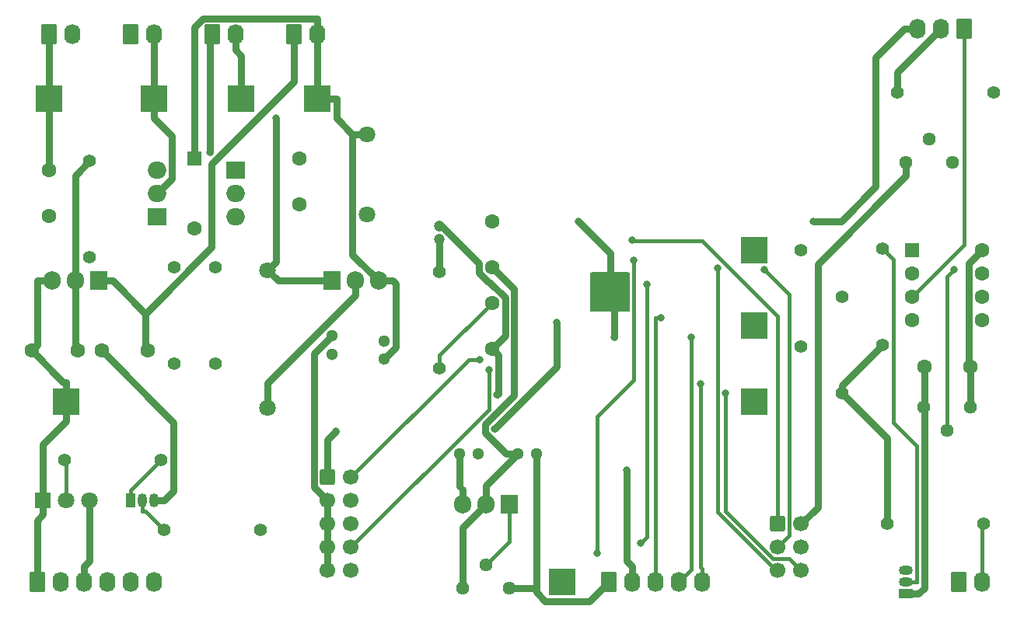
<source format=gbr>
%TF.GenerationSoftware,KiCad,Pcbnew,9.0.3*%
%TF.CreationDate,2025-08-13T19:57:12+00:00*%
%TF.ProjectId,type(one),74797065-286f-46e6-9529-2e6b69636164,1.0*%
%TF.SameCoordinates,Original*%
%TF.FileFunction,Copper,L2,Bot*%
%TF.FilePolarity,Positive*%
%FSLAX46Y46*%
G04 Gerber Fmt 4.6, Leading zero omitted, Abs format (unit mm)*
G04 Created by KiCad (PCBNEW 9.0.3) date 2025-08-13 19:57:12*
%MOMM*%
%LPD*%
G01*
G04 APERTURE LIST*
G04 Aperture macros list*
%AMRoundRect*
0 Rectangle with rounded corners*
0 $1 Rounding radius*
0 $2 $3 $4 $5 $6 $7 $8 $9 X,Y pos of 4 corners*
0 Add a 4 corners polygon primitive as box body*
4,1,4,$2,$3,$4,$5,$6,$7,$8,$9,$2,$3,0*
0 Add four circle primitives for the rounded corners*
1,1,$1+$1,$2,$3*
1,1,$1+$1,$4,$5*
1,1,$1+$1,$6,$7*
1,1,$1+$1,$8,$9*
0 Add four rect primitives between the rounded corners*
20,1,$1+$1,$2,$3,$4,$5,0*
20,1,$1+$1,$4,$5,$6,$7,0*
20,1,$1+$1,$6,$7,$8,$9,0*
20,1,$1+$1,$8,$9,$2,$3,0*%
G04 Aperture macros list end*
%TA.AperFunction,ComponentPad*%
%ADD10R,1.800000X1.800000*%
%TD*%
%TA.AperFunction,ComponentPad*%
%ADD11C,1.800000*%
%TD*%
%TA.AperFunction,HeatsinkPad*%
%ADD12C,0.600000*%
%TD*%
%TA.AperFunction,ComponentPad*%
%ADD13R,3.000000X3.000000*%
%TD*%
%TA.AperFunction,ComponentPad*%
%ADD14C,1.600000*%
%TD*%
%TA.AperFunction,ComponentPad*%
%ADD15C,1.440000*%
%TD*%
%TA.AperFunction,ComponentPad*%
%ADD16RoundRect,0.250000X-0.550000X-0.550000X0.550000X-0.550000X0.550000X0.550000X-0.550000X0.550000X0*%
%TD*%
%TA.AperFunction,ComponentPad*%
%ADD17C,1.400000*%
%TD*%
%TA.AperFunction,ComponentPad*%
%ADD18O,1.740000X2.190000*%
%TD*%
%TA.AperFunction,ComponentPad*%
%ADD19RoundRect,0.250000X-0.620000X-0.845000X0.620000X-0.845000X0.620000X0.845000X-0.620000X0.845000X0*%
%TD*%
%TA.AperFunction,ComponentPad*%
%ADD20O,1.500000X1.050000*%
%TD*%
%TA.AperFunction,ComponentPad*%
%ADD21R,1.500000X1.050000*%
%TD*%
%TA.AperFunction,ComponentPad*%
%ADD22RoundRect,0.250000X-0.600000X-0.600000X0.600000X-0.600000X0.600000X0.600000X-0.600000X0.600000X0*%
%TD*%
%TA.AperFunction,ComponentPad*%
%ADD23C,1.700000*%
%TD*%
%TA.AperFunction,ComponentPad*%
%ADD24O,1.905000X2.000000*%
%TD*%
%TA.AperFunction,ComponentPad*%
%ADD25R,1.905000X2.000000*%
%TD*%
%TA.AperFunction,ComponentPad*%
%ADD26C,1.300000*%
%TD*%
%TA.AperFunction,ComponentPad*%
%ADD27R,1.050000X1.500000*%
%TD*%
%TA.AperFunction,ComponentPad*%
%ADD28O,1.050000X1.500000*%
%TD*%
%TA.AperFunction,ComponentPad*%
%ADD29O,2.000000X1.905000*%
%TD*%
%TA.AperFunction,ComponentPad*%
%ADD30R,2.000000X1.905000*%
%TD*%
%TA.AperFunction,ComponentPad*%
%ADD31RoundRect,0.250000X-0.550000X0.550000X-0.550000X-0.550000X0.550000X-0.550000X0.550000X0.550000X0*%
%TD*%
%TA.AperFunction,ComponentPad*%
%ADD32C,1.200000*%
%TD*%
%TA.AperFunction,ComponentPad*%
%ADD33RoundRect,0.250000X0.620000X0.845000X-0.620000X0.845000X-0.620000X-0.845000X0.620000X-0.845000X0*%
%TD*%
%TA.AperFunction,ViaPad*%
%ADD34C,0.800000*%
%TD*%
%TA.AperFunction,Conductor*%
%ADD35C,0.800000*%
%TD*%
%TA.AperFunction,Conductor*%
%ADD36C,0.400000*%
%TD*%
G04 APERTURE END LIST*
D10*
%TO.P,Q1,1,E*%
%TO.N,+5V*%
X103505000Y-120650000D03*
D11*
%TO.P,Q1,2,B*%
%TO.N,Net-(Q1-B)*%
X106045000Y-120650000D03*
%TO.P,Q1,3,C*%
%TO.N,/PWM_5V*%
X108585000Y-120650000D03*
%TD*%
D12*
%TO.P,U1,39,GND*%
%TO.N,GND*%
X166695000Y-98615000D03*
X166695000Y-97215000D03*
X165995000Y-99315000D03*
X165995000Y-97915000D03*
X165995000Y-96515000D03*
X165270000Y-98615000D03*
X165270000Y-97215000D03*
X164595000Y-99315000D03*
X164595000Y-97915000D03*
X164595000Y-96515000D03*
X163895000Y-98615000D03*
X163895000Y-97215000D03*
%TD*%
D13*
%TO.P,TP7,1,1*%
%TO.N,/PH_K*%
X180975000Y-101600000D03*
%TD*%
%TO.P,TP6,1,1*%
%TO.N,Net-(U2A--)*%
X180975000Y-109835000D03*
%TD*%
%TO.P,TP8,1,1*%
%TO.N,/SENSOR*%
X180975000Y-93325000D03*
%TD*%
D14*
%TO.P,C1,2*%
%TO.N,GND*%
X199475000Y-106045000D03*
%TO.P,C1,1*%
%TO.N,+3V3*%
X204475000Y-106045000D03*
%TD*%
D15*
%TO.P,RV1,3,3*%
%TO.N,GND*%
X199395000Y-110490000D03*
%TO.P,RV1,2,2*%
%TO.N,Net-(U2A--)*%
X201935000Y-113030000D03*
%TO.P,RV1,1,1*%
%TO.N,+3V3*%
X204475000Y-110490000D03*
%TD*%
D14*
%TO.P,U2,8,V+*%
%TO.N,+3V3*%
X205745000Y-93345000D03*
%TO.P,U2,7*%
%TO.N,unconnected-(U2-Pad7)*%
X205745000Y-95885000D03*
%TO.P,U2,6,-*%
%TO.N,unconnected-(U2B---Pad6)*%
X205745000Y-98425000D03*
%TO.P,U2,5,+*%
%TO.N,unconnected-(U2B-+-Pad5)*%
X205745000Y-100965000D03*
%TO.P,U2,4,V-*%
%TO.N,GND*%
X198125000Y-100965000D03*
%TO.P,U2,3,+*%
%TO.N,/PH_K*%
X198125000Y-98425000D03*
%TO.P,U2,2,-*%
%TO.N,Net-(U2A--)*%
X198125000Y-95885000D03*
D16*
%TO.P,U2,1*%
%TO.N,/SENSOR*%
X198125000Y-93345000D03*
%TD*%
D17*
%TO.P,R7,2*%
%TO.N,Net-(J6-Pin_2)*%
X205910000Y-123190000D03*
%TO.P,R7,1*%
%TO.N,+3V3*%
X195410000Y-123190000D03*
%TD*%
D18*
%TO.P,J6,2,Pin_2*%
%TO.N,Net-(J6-Pin_2)*%
X205740000Y-129540000D03*
D19*
%TO.P,J6,1,Pin_1*%
%TO.N,Net-(J6-Pin_1)*%
X203200000Y-129540000D03*
%TD*%
D20*
%TO.P,Q4,3,D*%
%TO.N,Net-(J6-Pin_1)*%
X197485000Y-128270000D03*
%TO.P,Q4,2,G*%
%TO.N,/SENSOR*%
X197485000Y-129540000D03*
D21*
%TO.P,Q4,1,S*%
%TO.N,GND*%
X197485000Y-130810000D03*
%TD*%
D22*
%TO.P,J8,1,Pin_1*%
%TO.N,+5V*%
X134502500Y-118110000D03*
D23*
%TO.P,J8,2,Pin_2*%
%TO.N,/TMS*%
X137042500Y-118110000D03*
%TO.P,J8,3,Pin_3*%
%TO.N,GND*%
X134502500Y-120650000D03*
%TO.P,J8,4,Pin_4*%
%TO.N,/TCK*%
X137042500Y-120650000D03*
%TO.P,J8,5,Pin_5*%
%TO.N,GND*%
X134502500Y-123190000D03*
%TO.P,J8,6,Pin_6*%
%TO.N,/TDO*%
X137042500Y-123190000D03*
%TO.P,J8,7,Pin_7*%
%TO.N,GND*%
X134502500Y-125730000D03*
%TO.P,J8,8,Pin_8*%
%TO.N,/TDI*%
X137042500Y-125730000D03*
%TO.P,J8,9,Pin_9*%
%TO.N,GND*%
X134502500Y-128270000D03*
%TO.P,J8,10,Pin_10*%
%TO.N,unconnected-(J8-Pin_10-Pad10)*%
X137042500Y-128270000D03*
%TD*%
D13*
%TO.P,TP4,1,1*%
%TO.N,+3V3*%
X160020000Y-129540000D03*
%TD*%
D24*
%TO.P,U5,3,VI*%
%TO.N,+5V*%
X149225000Y-121015000D03*
%TO.P,U5,2,VO*%
%TO.N,+3V3*%
X151765000Y-121015000D03*
D25*
%TO.P,U5,1,ADJ*%
%TO.N,Net-(U5-ADJ)*%
X154305000Y-121015000D03*
%TD*%
D26*
%TO.P,C8,2*%
%TO.N,GND*%
X150860000Y-115570000D03*
%TO.P,C8,1*%
%TO.N,+5V*%
X148860000Y-115570000D03*
%TD*%
%TO.P,C7,2*%
%TO.N,GND*%
X157210000Y-115570000D03*
%TO.P,C7,1*%
%TO.N,+3V3*%
X155210000Y-115570000D03*
%TD*%
D15*
%TO.P,RV3,3,3*%
%TO.N,GND*%
X154305000Y-130175000D03*
%TO.P,RV3,2,2*%
%TO.N,Net-(U5-ADJ)*%
X151765000Y-127635000D03*
%TO.P,RV3,1,1*%
%TO.N,+3V3*%
X149225000Y-130175000D03*
%TD*%
D18*
%TO.P,J5,5,Pin_5*%
%TO.N,/CLK*%
X175260000Y-129540000D03*
%TO.P,J5,4,Pin_4*%
%TO.N,/DT*%
X172720000Y-129540000D03*
%TO.P,J5,3,Pin_3*%
%TO.N,/SW*%
X170180000Y-129540000D03*
%TO.P,J5,2,Pin_2*%
%TO.N,+3V3*%
X167640000Y-129540000D03*
D19*
%TO.P,J5,1,Pin_1*%
%TO.N,GND*%
X165100000Y-129540000D03*
%TD*%
D23*
%TO.P,J7,6,Pin_6*%
%TO.N,/IO0*%
X186055000Y-128270000D03*
%TO.P,J7,5,Pin_5*%
%TO.N,/RX*%
X183515000Y-128270000D03*
%TO.P,J7,4,Pin_4*%
%TO.N,GND*%
X186055000Y-125730000D03*
%TO.P,J7,3,Pin_3*%
%TO.N,/TX*%
X183515000Y-125730000D03*
%TO.P,J7,2,Pin_2*%
%TO.N,+5V*%
X186055000Y-123190000D03*
D22*
%TO.P,J7,1,Pin_1*%
%TO.N,/EN*%
X183515000Y-123190000D03*
%TD*%
D17*
%TO.P,R4,1*%
%TO.N,/PWM_3V3*%
X127170000Y-123825000D03*
%TO.P,R4,2*%
%TO.N,Net-(Q2-B)*%
X116670000Y-123825000D03*
%TD*%
D27*
%TO.P,Q2,1,C*%
%TO.N,Net-(Q2-C)*%
X113030000Y-120650000D03*
D28*
%TO.P,Q2,2,B*%
%TO.N,Net-(Q2-B)*%
X114300000Y-120650000D03*
%TO.P,Q2,3,E*%
%TO.N,GND*%
X115570000Y-120650000D03*
%TD*%
D17*
%TO.P,R3,1*%
%TO.N,Net-(Q2-C)*%
X116375000Y-116205000D03*
%TO.P,R3,2*%
%TO.N,Net-(Q1-B)*%
X105875000Y-116205000D03*
%TD*%
D11*
%TO.P,R10,2*%
%TO.N,+8V4*%
X127950000Y-110540000D03*
%TO.P,R10,1*%
%TO.N,Net-(D3-A)*%
X127950000Y-95540000D03*
%TD*%
D29*
%TO.P,Q3,3,S*%
%TO.N,VSS*%
X115885000Y-84625000D03*
%TO.P,Q3,2,D*%
%TO.N,Net-(D2-A)*%
X115885000Y-87165000D03*
D30*
%TO.P,Q3,1,G*%
%TO.N,Net-(D1-A)*%
X115885000Y-89705000D03*
%TD*%
D29*
%TO.P,D2,3,G*%
%TO.N,Net-(D1-A)*%
X124460000Y-89705000D03*
%TO.P,D2,2,A*%
%TO.N,Net-(D2-A)*%
X124460000Y-87165000D03*
D30*
%TO.P,D2,1,K*%
%TO.N,GND*%
X124460000Y-84625000D03*
%TD*%
D14*
%TO.P,C10,1*%
%TO.N,Net-(D2-A)*%
X131445000Y-88395000D03*
%TO.P,C10,2*%
%TO.N,GND*%
X131445000Y-83395000D03*
%TD*%
%TO.P,D1,2,A*%
%TO.N,Net-(D1-A)*%
X120015000Y-90975000D03*
D31*
%TO.P,D1,1,K*%
%TO.N,VSS*%
X120015000Y-83355000D03*
%TD*%
D13*
%TO.P,TP9,1,1*%
%TO.N,GND*%
X104140000Y-76835000D03*
%TD*%
%TO.P,TP1,1,1*%
%TO.N,Net-(D2-A)*%
X115570000Y-76835000D03*
%TD*%
D18*
%TO.P,SW1,2*%
%TO.N,VSS*%
X133350000Y-69850000D03*
D19*
%TO.P,SW1,1*%
%TO.N,VDC*%
X130810000Y-69850000D03*
%TD*%
%TO.P,J1,1,Pin_1*%
%TO.N,GND*%
X104140000Y-69850000D03*
D18*
%TO.P,J1,2,Pin_2*%
%TO.N,VDD*%
X106680000Y-69850000D03*
%TD*%
D15*
%TO.P,RV2,1,1*%
%TO.N,+5V*%
X197485000Y-83820000D03*
%TO.P,RV2,2,2*%
%TO.N,Net-(R8-Pad2)*%
X200025000Y-81280000D03*
%TO.P,RV2,3,3*%
%TO.N,unconnected-(RV2-Pad3)*%
X202565000Y-83820000D03*
%TD*%
D26*
%TO.P,C11,1*%
%TO.N,VSS*%
X140650000Y-105215000D03*
%TO.P,C11,2*%
%TO.N,GND*%
X140650000Y-103215000D03*
%TD*%
D11*
%TO.P,D3,1,K*%
%TO.N,VSS*%
X138745000Y-80740000D03*
%TO.P,D3,2,A*%
%TO.N,Net-(D3-A)*%
X138745000Y-89440000D03*
%TD*%
D13*
%TO.P,TP2,1,1*%
%TO.N,VSS*%
X133350000Y-76835000D03*
%TD*%
D14*
%TO.P,C9,1*%
%TO.N,Net-(D1-A)*%
X104140000Y-89665000D03*
%TO.P,C9,2*%
%TO.N,GND*%
X104140000Y-84665000D03*
%TD*%
D19*
%TO.P,F1,1*%
%TO.N,VDD*%
X113030000Y-69850000D03*
D18*
%TO.P,F1,2*%
%TO.N,Net-(D2-A)*%
X115570000Y-69850000D03*
%TD*%
D14*
%TO.P,C5,1*%
%TO.N,VDC*%
X114935000Y-104310000D03*
%TO.P,C5,2*%
%TO.N,GND*%
X109935000Y-104310000D03*
%TD*%
D17*
%TO.P,R1,1*%
%TO.N,+3V3*%
X194950000Y-103675000D03*
%TO.P,R1,2*%
%TO.N,/SENSOR*%
X194950000Y-93175000D03*
%TD*%
D13*
%TO.P,TP3,1,1*%
%TO.N,+5V*%
X106045000Y-109855000D03*
%TD*%
D19*
%TO.P,J4,1,Pin_1*%
%TO.N,+5V*%
X102870000Y-129540000D03*
D18*
%TO.P,J4,2,Pin_2*%
%TO.N,GND*%
X105410000Y-129540000D03*
%TO.P,J4,3,Pin_3*%
%TO.N,/PWM_5V*%
X107950000Y-129540000D03*
%TO.P,J4,4,Pin_4*%
%TO.N,unconnected-(J4-Pin_4-Pad4)*%
X110490000Y-129540000D03*
%TO.P,J4,5,Pin_5*%
%TO.N,/SDA*%
X113030000Y-129540000D03*
%TO.P,J4,6,Pin_6*%
%TO.N,/SCL*%
X115570000Y-129540000D03*
%TD*%
D19*
%TO.P,J2,1,Pin_1*%
%TO.N,GND*%
X121920000Y-69850000D03*
D18*
%TO.P,J2,2,Pin_2*%
%TO.N,Net-(D3-A)*%
X124460000Y-69850000D03*
%TD*%
D26*
%TO.P,C12,1*%
%TO.N,Net-(D3-A)*%
X134935000Y-104675000D03*
%TO.P,C12,2*%
%TO.N,GND*%
X134935000Y-102675000D03*
%TD*%
D17*
%TO.P,R9,1*%
%TO.N,/PH_K*%
X186060000Y-103845000D03*
%TO.P,R9,2*%
%TO.N,/SENSOR*%
X186060000Y-93345000D03*
%TD*%
D25*
%TO.P,U4,1,ADJ*%
%TO.N,Net-(D3-A)*%
X134935000Y-96690000D03*
D24*
%TO.P,U4,2,VO*%
%TO.N,+8V4*%
X137475000Y-96690000D03*
%TO.P,U4,3,VI*%
%TO.N,VSS*%
X140015000Y-96690000D03*
%TD*%
D14*
%TO.P,C4,1*%
%TO.N,+3V3*%
X152400000Y-95210000D03*
%TO.P,C4,2*%
%TO.N,GND*%
X152400000Y-90210000D03*
%TD*%
D17*
%TO.P,R12,1*%
%TO.N,/V_bat*%
X117790000Y-105750000D03*
%TO.P,R12,2*%
%TO.N,GND*%
X117790000Y-95250000D03*
%TD*%
D13*
%TO.P,TP5,1,1*%
%TO.N,Net-(D3-A)*%
X125095000Y-76835000D03*
%TD*%
D17*
%TO.P,R11,1*%
%TO.N,Net-(D3-A)*%
X122235000Y-95250000D03*
%TO.P,R11,2*%
%TO.N,/V_bat*%
X122235000Y-105750000D03*
%TD*%
%TO.P,R8,1*%
%TO.N,Net-(J3-Pin_2)*%
X196510000Y-76200000D03*
%TO.P,R8,2*%
%TO.N,Net-(R8-Pad2)*%
X207010000Y-76200000D03*
%TD*%
%TO.P,R5,1*%
%TO.N,+3V3*%
X146685000Y-95715000D03*
%TO.P,R5,2*%
%TO.N,/EN*%
X146685000Y-106215000D03*
%TD*%
D32*
%TO.P,C3,1*%
%TO.N,+3V3*%
X146685000Y-92190000D03*
%TO.P,C3,2*%
%TO.N,GND*%
X146685000Y-90690000D03*
%TD*%
D14*
%TO.P,C2,1*%
%TO.N,/EN*%
X152400000Y-99100000D03*
%TO.P,C2,2*%
%TO.N,GND*%
X152400000Y-104100000D03*
%TD*%
%TO.P,C6,1*%
%TO.N,+5V*%
X102275000Y-104310000D03*
%TO.P,C6,2*%
%TO.N,GND*%
X107275000Y-104310000D03*
%TD*%
D25*
%TO.P,U3,1,VI*%
%TO.N,VDC*%
X109535000Y-96690000D03*
D24*
%TO.P,U3,2,GND*%
%TO.N,GND*%
X106995000Y-96690000D03*
%TO.P,U3,3,VO*%
%TO.N,+5V*%
X104455000Y-96690000D03*
%TD*%
D17*
%TO.P,R6,1*%
%TO.N,Net-(D1-A)*%
X108585000Y-94150000D03*
%TO.P,R6,2*%
%TO.N,GND*%
X108585000Y-83650000D03*
%TD*%
%TO.P,R2,1*%
%TO.N,+3V3*%
X190505000Y-108925000D03*
%TO.P,R2,2*%
%TO.N,/PH_K*%
X190505000Y-98425000D03*
%TD*%
D33*
%TO.P,J3,1,Pin_1*%
%TO.N,/PH_K*%
X203835000Y-69215000D03*
D18*
%TO.P,J3,2,Pin_2*%
%TO.N,Net-(J3-Pin_2)*%
X201295000Y-69215000D03*
%TO.P,J3,3,Pin_3*%
%TO.N,GND*%
X198755000Y-69215000D03*
%TD*%
D34*
%TO.N,GND*%
X161772600Y-90195000D03*
X165735000Y-102870000D03*
%TO.N,Net-(D3-A)*%
X128834000Y-78965000D03*
%TO.N,Net-(U2A--)*%
X202704200Y-95479800D03*
%TO.N,/PWM_3V3*%
X152687900Y-112800700D03*
X159470800Y-101222500D03*
%TO.N,/CLK*%
X175105400Y-107928300D03*
%TO.N,/DT*%
X174095100Y-102863200D03*
%TO.N,/SW*%
X170775900Y-100713200D03*
%TO.N,/SCL*%
X163867300Y-126364600D03*
X167806000Y-94475000D03*
%TO.N,/SDA*%
X169230300Y-97089900D03*
X168598200Y-125229300D03*
%TO.N,/TDI*%
X152051200Y-106350000D03*
%TO.N,/TMS*%
X151016700Y-105249200D03*
%TO.N,/IO0*%
X177793300Y-108953300D03*
%TO.N,/RX*%
X176973900Y-95277500D03*
%TO.N,/TX*%
X182033200Y-95462500D03*
%TO.N,+5V*%
X135394200Y-113117600D03*
%TO.N,+3V3*%
X167021000Y-117287400D03*
%TO.N,/EN*%
X167682300Y-92243700D03*
%TO.N,GND*%
X121717100Y-82670500D03*
X152960700Y-109127700D03*
X187379400Y-90195000D03*
%TD*%
D35*
%TO.N,GND*%
X161772600Y-90195000D02*
X165277800Y-93700200D01*
X165735000Y-102870000D02*
X165735000Y-99847400D01*
%TO.N,Net-(D3-A)*%
X125095000Y-72181700D02*
X125095000Y-76835000D01*
X124460000Y-71546700D02*
X125095000Y-72181700D01*
X124460000Y-69850000D02*
X124460000Y-71546700D01*
X129100000Y-96690000D02*
X127950000Y-95540000D01*
X134935000Y-96690000D02*
X129100000Y-96690000D01*
X128834000Y-94656000D02*
X127950000Y-95540000D01*
X128834000Y-78965000D02*
X128834000Y-94656000D01*
D36*
%TO.N,Net-(U5-ADJ)*%
X154305000Y-125095000D02*
X154305000Y-121015000D01*
X151765000Y-127635000D02*
X154305000Y-125095000D01*
%TO.N,Net-(U2A--)*%
X201935000Y-96249000D02*
X201935000Y-113030000D01*
X202704200Y-95479800D02*
X201935000Y-96249000D01*
D35*
%TO.N,+8V4*%
X137475000Y-96690000D02*
X137475000Y-98291700D01*
X127950000Y-107816700D02*
X127950000Y-110540000D01*
X137475000Y-98291700D02*
X127950000Y-107816700D01*
%TO.N,/PWM_3V3*%
X159470800Y-106017800D02*
X159470800Y-101222500D01*
X152687900Y-112800700D02*
X159470800Y-106017800D01*
D36*
%TO.N,Net-(Q2-C)*%
X113081700Y-119498300D02*
X113030000Y-119498300D01*
X116375000Y-116205000D02*
X113081700Y-119498300D01*
X113030000Y-120650000D02*
X113030000Y-119498300D01*
%TO.N,Net-(Q2-B)*%
X114646700Y-121801700D02*
X114300000Y-121801700D01*
X116670000Y-123825000D02*
X114646700Y-121801700D01*
X114300000Y-120650000D02*
X114300000Y-121801700D01*
%TO.N,Net-(Q1-B)*%
X106045000Y-116375000D02*
X105875000Y-116205000D01*
X106045000Y-120650000D02*
X106045000Y-116375000D01*
%TO.N,Net-(J6-Pin_2)*%
X205740000Y-123360000D02*
X205910000Y-123190000D01*
X205740000Y-129540000D02*
X205740000Y-123360000D01*
%TO.N,/PH_K*%
X203835000Y-92715000D02*
X198125000Y-98425000D01*
X203835000Y-69215000D02*
X203835000Y-92715000D01*
%TO.N,/CLK*%
X175105400Y-127888700D02*
X175260000Y-128043300D01*
X175105400Y-107928300D02*
X175105400Y-127888700D01*
X175260000Y-129540000D02*
X175260000Y-128043300D01*
%TO.N,/DT*%
X174095100Y-128164900D02*
X174095100Y-102863200D01*
X172720000Y-129540000D02*
X174095100Y-128164900D01*
%TO.N,/SW*%
X170181500Y-100713200D02*
X170775900Y-100713200D01*
X170775900Y-100713200D02*
X170181500Y-100713200D01*
X170181500Y-128041800D02*
X170181500Y-100713200D01*
X170180000Y-128043300D02*
X170181500Y-128041800D01*
X170180000Y-129540000D02*
X170180000Y-128043300D01*
D35*
%TO.N,/PWM_5V*%
X108585000Y-127208300D02*
X107950000Y-127843300D01*
X108585000Y-120650000D02*
X108585000Y-127208300D01*
X107950000Y-129540000D02*
X107950000Y-127843300D01*
D36*
%TO.N,/SCL*%
X163867300Y-111432600D02*
X163867300Y-126364600D01*
X167806000Y-107493900D02*
X163867300Y-111432600D01*
X167806000Y-94475000D02*
X167806000Y-107493900D01*
%TO.N,/SDA*%
X169230300Y-124597200D02*
X168598200Y-125229300D01*
X169230300Y-97089900D02*
X169230300Y-124597200D01*
D35*
%TO.N,Net-(J3-Pin_2)*%
X196510000Y-74000000D02*
X196510000Y-76200000D01*
X201295000Y-69215000D02*
X196510000Y-74000000D01*
D36*
%TO.N,/TDI*%
X152051200Y-110721300D02*
X137042500Y-125730000D01*
X152051200Y-106350000D02*
X152051200Y-110721300D01*
%TO.N,/TMS*%
X149903300Y-105249200D02*
X151016700Y-105249200D01*
X137042500Y-118110000D02*
X149903300Y-105249200D01*
%TO.N,/IO0*%
X184785000Y-127000000D02*
X186055000Y-128270000D01*
X182983700Y-127000000D02*
X184785000Y-127000000D01*
X177793300Y-121809600D02*
X182983700Y-127000000D01*
X177793300Y-108953300D02*
X177793300Y-121809600D01*
%TO.N,/RX*%
X183338700Y-128270000D02*
X183515000Y-128270000D01*
X176973900Y-121905200D02*
X183338700Y-128270000D01*
X176973900Y-95277500D02*
X176973900Y-121905200D01*
%TO.N,/TX*%
X184785500Y-124459500D02*
X183515000Y-125730000D01*
X184785500Y-98214800D02*
X184785500Y-124459500D01*
X182033200Y-95462500D02*
X184785500Y-98214800D01*
D35*
%TO.N,VDC*%
X109535000Y-96690000D02*
X111089200Y-96690000D01*
X111089200Y-96690000D02*
X114651200Y-100252000D01*
X114651200Y-104026200D02*
X114651200Y-100252000D01*
X114935000Y-104310000D02*
X114651200Y-104026200D01*
X130810000Y-74994200D02*
X130810000Y-69850000D01*
X121876200Y-83928000D02*
X130810000Y-74994200D01*
X121876200Y-93027000D02*
X121876200Y-83928000D01*
X114651200Y-100252000D02*
X121876200Y-93027000D01*
%TO.N,Net-(D2-A)*%
X115570000Y-69850000D02*
X115570000Y-76835000D01*
X117496600Y-85553400D02*
X115885000Y-87165000D01*
X117496600Y-80863300D02*
X117496600Y-85553400D01*
X115570000Y-78936700D02*
X117496600Y-80863300D01*
X115570000Y-76835000D02*
X115570000Y-78936700D01*
%TO.N,+5V*%
X104455000Y-96690000D02*
X102900800Y-96690000D01*
X148860000Y-115570000D02*
X148860000Y-119048300D01*
X149225000Y-121015000D02*
X149225000Y-119413300D01*
X102870000Y-122786700D02*
X103505000Y-122151700D01*
X102870000Y-129540000D02*
X102870000Y-122786700D01*
X102900800Y-103684200D02*
X102275000Y-104310000D01*
X102900800Y-96690000D02*
X102900800Y-103684200D01*
X105718300Y-107753300D02*
X106045000Y-107753300D01*
X102275000Y-104310000D02*
X105718300Y-107753300D01*
X106045000Y-109855000D02*
X106045000Y-107753300D01*
X103505000Y-121212900D02*
X103505000Y-122151700D01*
X103505000Y-121212900D02*
X103505000Y-120650000D01*
X103505000Y-114496700D02*
X106045000Y-111956700D01*
X103505000Y-120650000D02*
X103505000Y-114496700D01*
X106045000Y-109855000D02*
X106045000Y-111956700D01*
X134502500Y-114009300D02*
X135394200Y-113117600D01*
X134502500Y-118110000D02*
X134502500Y-114009300D01*
X197485000Y-85236600D02*
X197485000Y-83820000D01*
X187862900Y-94858700D02*
X197485000Y-85236600D01*
X187862900Y-121382100D02*
X187862900Y-94858700D01*
X186055000Y-123190000D02*
X187862900Y-121382100D01*
%TO.N,+3V3*%
X195410000Y-113830000D02*
X190505000Y-108925000D01*
X195410000Y-123190000D02*
X195410000Y-113830000D01*
X146685000Y-95715000D02*
X146685000Y-92190000D01*
X204294100Y-105864100D02*
X204475000Y-106045000D01*
X204294100Y-94795900D02*
X204294100Y-105864100D01*
X205745000Y-93345000D02*
X204294100Y-94795900D01*
X149225000Y-123555000D02*
X151765000Y-121015000D01*
X149225000Y-130175000D02*
X149225000Y-123555000D01*
X151765000Y-119015000D02*
X151765000Y-121015000D01*
X155210000Y-115570000D02*
X151765000Y-119015000D01*
X190505000Y-108120000D02*
X190505000Y-108925000D01*
X194950000Y-103675000D02*
X190505000Y-108120000D01*
X204475000Y-110490000D02*
X204475000Y-106045000D01*
X154813700Y-97623700D02*
X152400000Y-95210000D01*
X154813700Y-109175000D02*
X154813700Y-97623700D01*
X151667800Y-112320900D02*
X154813700Y-109175000D01*
X151667800Y-113265800D02*
X151667800Y-112320900D01*
X153972000Y-115570000D02*
X151667800Y-113265800D01*
X155210000Y-115570000D02*
X153972000Y-115570000D01*
X167021000Y-127224300D02*
X167640000Y-127843300D01*
X167021000Y-117287400D02*
X167021000Y-127224300D01*
X167640000Y-129540000D02*
X167640000Y-127843300D01*
%TO.N,VSS*%
X133350000Y-76835000D02*
X133350000Y-69850000D01*
X133350000Y-76835000D02*
X135451700Y-76835000D01*
X135451700Y-78990400D02*
X135451700Y-76835000D01*
X137201300Y-80740000D02*
X135451700Y-78990400D01*
X138745000Y-80740000D02*
X137201300Y-80740000D01*
X137201300Y-93876300D02*
X140015000Y-96690000D01*
X137201300Y-80740000D02*
X137201300Y-93876300D01*
X141908400Y-103956600D02*
X140650000Y-105215000D01*
X141908400Y-97029200D02*
X141908400Y-103956600D01*
X141569200Y-96690000D02*
X141908400Y-97029200D01*
X140015000Y-96690000D02*
X141569200Y-96690000D01*
X120015000Y-69034700D02*
X120015000Y-83355000D01*
X120943300Y-68106400D02*
X120015000Y-69034700D01*
X133303100Y-68106400D02*
X120943300Y-68106400D01*
X133350000Y-68153300D02*
X133303100Y-68106400D01*
X133350000Y-69850000D02*
X133350000Y-68153300D01*
D36*
%TO.N,/EN*%
X146685000Y-104815000D02*
X146685000Y-106215000D01*
X152400000Y-99100000D02*
X146685000Y-104815000D01*
X167806000Y-92367400D02*
X167682300Y-92243700D01*
X167806000Y-92367500D02*
X167806000Y-92367400D01*
X175310900Y-92367500D02*
X167806000Y-92367500D01*
X183515000Y-100571600D02*
X175310900Y-92367500D01*
X183515000Y-123190000D02*
X183515000Y-100571600D01*
D35*
%TO.N,GND*%
X134502500Y-123190000D02*
X134502500Y-125730000D01*
X134502500Y-125730000D02*
X134502500Y-128270000D01*
X104140000Y-69850000D02*
X104140000Y-76835000D01*
X106995000Y-104030000D02*
X106995000Y-96690000D01*
X107275000Y-104310000D02*
X106995000Y-104030000D01*
X106995000Y-85240000D02*
X108585000Y-83650000D01*
X106995000Y-96690000D02*
X106995000Y-85240000D01*
X104140000Y-84665000D02*
X104140000Y-76835000D01*
X197485000Y-130810000D02*
X198836700Y-130810000D01*
X199475000Y-109136800D02*
X199475000Y-106045000D01*
X199475000Y-110410000D02*
X199475000Y-109136800D01*
X199395000Y-110490000D02*
X199475000Y-110410000D01*
X199475000Y-130171700D02*
X198836700Y-130810000D01*
X199475000Y-109136800D02*
X199475000Y-130171700D01*
X134502500Y-120650000D02*
X134502500Y-123190000D01*
X133038800Y-104571200D02*
X134935000Y-102675000D01*
X133038800Y-119186300D02*
X133038800Y-104571200D01*
X134502500Y-120650000D02*
X133038800Y-119186300D01*
X121717100Y-70052900D02*
X121920000Y-69850000D01*
X121717100Y-82670500D02*
X121717100Y-70052900D01*
X153812000Y-102688000D02*
X152400000Y-104100000D01*
X153812000Y-98529600D02*
X153812000Y-102688000D01*
X152083600Y-96801200D02*
X153812000Y-98529600D01*
X151988500Y-96801200D02*
X152083600Y-96801200D01*
X150998300Y-95811000D02*
X151988500Y-96801200D01*
X150998300Y-94759800D02*
X150998300Y-95811000D01*
X146928500Y-90690000D02*
X150998300Y-94759800D01*
X146685000Y-90690000D02*
X146928500Y-90690000D01*
X153106500Y-108981900D02*
X152960700Y-109127700D01*
X153106500Y-104806500D02*
X153106500Y-108981900D01*
X152400000Y-104100000D02*
X153106500Y-104806500D01*
X157210000Y-130644200D02*
X157210000Y-130175000D01*
X158207500Y-131641700D02*
X157210000Y-130644200D01*
X162998300Y-131641700D02*
X158207500Y-131641700D01*
X165100000Y-129540000D02*
X162998300Y-131641700D01*
X157210000Y-130175000D02*
X154305000Y-130175000D01*
X157210000Y-130175000D02*
X157210000Y-115570000D01*
X117732000Y-119614700D02*
X116696700Y-120650000D01*
X117732000Y-112107000D02*
X117732000Y-119614700D01*
X109935000Y-104310000D02*
X117732000Y-112107000D01*
X115570000Y-120650000D02*
X116696700Y-120650000D01*
X198755000Y-69215000D02*
X197283300Y-69215000D01*
X190402900Y-90195000D02*
X187379400Y-90195000D01*
X194166500Y-86431400D02*
X190402900Y-90195000D01*
X194166500Y-72331800D02*
X194166500Y-86431400D01*
X197283300Y-69215000D02*
X194166500Y-72331800D01*
D36*
%TO.N,/SENSOR*%
X197485000Y-129540000D02*
X198636700Y-129540000D01*
X196104100Y-94329100D02*
X194950000Y-93175000D01*
X196104100Y-112151100D02*
X196104100Y-94329100D01*
X198636700Y-114683700D02*
X196104100Y-112151100D01*
X198636700Y-129540000D02*
X198636700Y-114683700D01*
D35*
%TO.N,GND*%
X165277800Y-93700200D02*
X165277800Y-96520000D01*
%TD*%
%TA.AperFunction,Conductor*%
%TO.N,GND*%
G36*
X167329039Y-95777685D02*
G01*
X167374794Y-95830489D01*
X167386000Y-95882000D01*
X167386000Y-99952000D01*
X167366315Y-100019039D01*
X167313511Y-100064794D01*
X167262000Y-100076000D01*
X163217400Y-100076000D01*
X163150361Y-100056315D01*
X163104606Y-100003511D01*
X163093400Y-99952000D01*
X163093400Y-95882000D01*
X163113085Y-95814961D01*
X163165889Y-95769206D01*
X163217400Y-95758000D01*
X167262000Y-95758000D01*
X167329039Y-95777685D01*
G37*
%TD.AperFunction*%
%TD*%
M02*

</source>
